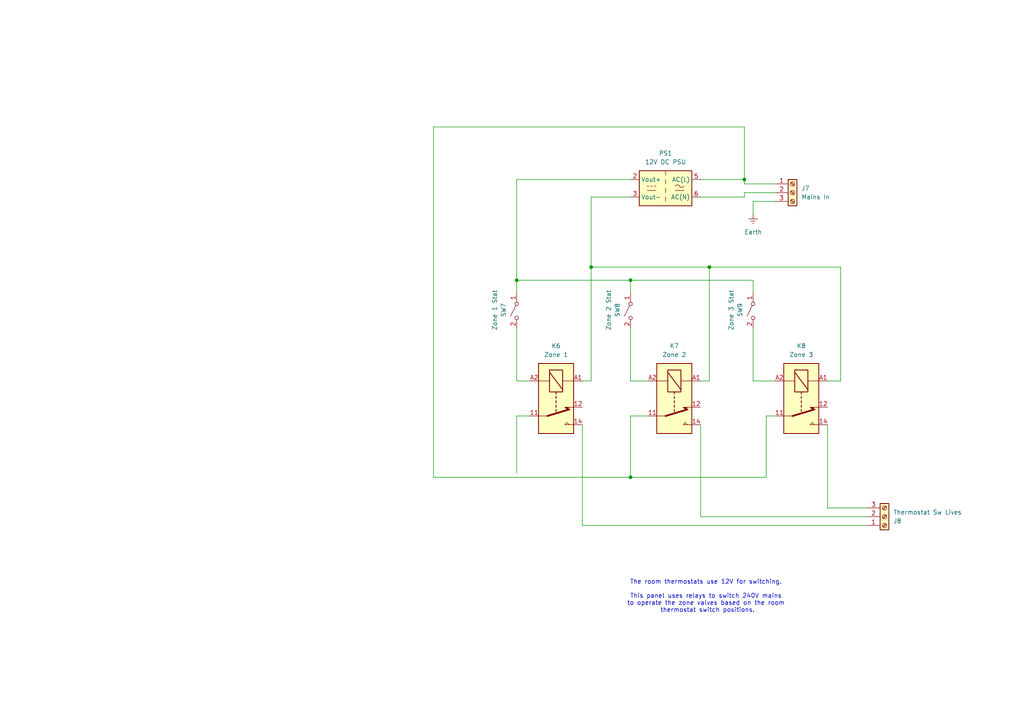
<source format=kicad_sch>
(kicad_sch (version 20231120) (generator "eeschema") (generator_version "8.0")
  (paper "A4")
  (title_block (title "Thermostat Relay Panel") (date "2024-12-19") (rev "4"))
  (lib_symbols
    (symbol "Connector:Screw_Terminal_01x03" (pin_names (offset 1.016) hide)
      (property "Reference" "J" (at 0 5.08 0))
      (property "Value" "Screw_Terminal_01x03" (at 0 -5.08 0))
      (symbol "Screw_Terminal_01x03_1_1"
        (rectangle (start -1.27 3.81) (end 1.27 -3.81) (stroke (width 0.254)) (fill (type background)))
        (circle (center 0 -2.54) (radius 0.635) (stroke (width 0.1524)))
        (polyline (pts (xy -0.5334 -2.2098) (xy 0.3302 -3.048)) (stroke (width 0.1524)))
        (polyline (pts (xy -0.5334 0.3302) (xy 0.3302 -0.508)) (stroke (width 0.1524)))
        (polyline (pts (xy -0.5334 2.8702) (xy 0.3302 2.032)) (stroke (width 0.1524)))
        (polyline (pts (xy -0.3556 -2.032) (xy 0.508 -2.8702)) (stroke (width 0.1524)))
        (polyline (pts (xy -0.3556 0.508) (xy 0.508 -0.3302)) (stroke (width 0.1524)))
        (polyline (pts (xy -0.3556 3.048) (xy 0.508 2.2098)) (stroke (width 0.1524)))
        (circle (center 0 0) (radius 0.635) (stroke (width 0.1524)))
        (circle (center 0 2.54) (radius 0.635) (stroke (width 0.1524)))
        (pin passive line (at -5.08 2.54 0) (length 3.81) (name "Pin_1") (number "1"))
        (pin passive line (at -5.08 0 0) (length 3.81) (name "Pin_2") (number "2"))
        (pin passive line (at -5.08 -2.54 0) (length 3.81) (name "Pin_3") (number "3"))
      )
    )
    (symbol "Converter_ACDC:TMLM04103"
      (property "Reference" "PS" (at 0 6.35 0))
      (property "Value" "TMLM04103" (at 0 -6.35 0))
      (symbol "TMLM04103_0_1"
        (rectangle (start -7.62 5.08) (end 7.62 -5.08) (stroke (width 0.254)) (fill (type background)))
        (arc (start -5.334 0.635) (mid -4.699 0.2495) (end -4.064 0.635))
        (arc (start -2.794 0.635) (mid -3.429 1.0072) (end -4.064 0.635))
        (polyline (pts (xy -5.334 -0.635) (xy -2.794 -0.635)))
        (polyline (pts (xy 0 -2.54) (xy 0 -3.81)))
        (polyline (pts (xy 0 0) (xy 0 -1.27)))
        (polyline (pts (xy 0 2.54) (xy 0 1.27)))
        (polyline (pts (xy 0 5.08) (xy 0 3.81)))
        (polyline (pts (xy 2.794 -0.635) (xy 5.334 -0.635)))
        (polyline (pts (xy 2.794 0.635) (xy 3.302 0.635)))
        (polyline (pts (xy 3.81 0.635) (xy 4.318 0.635)))
        (polyline (pts (xy 4.826 0.635) (xy 5.334 0.635)))
      )
      (symbol "TMLM04103_1_1"
        (pin power_out line (at 10.16 2.54 180) (length 2.54) (name "Vout+") (number "2"))
        (pin power_out line (at 10.16 -2.54 180) (length 2.54) (name "Vout-") (number "3"))
        (pin power_in line (at -10.16 2.54 0) (length 2.54) (name "AC(L)") (number "5"))
        (pin power_in line (at -10.16 -2.54 0) (length 2.54) (name "AC(N)") (number "6"))
      )
    )
    (symbol "Relay:Fujitsu_FTR-LYCA005x"
      (property "Reference" "K" (at 11.43 3.81 0))
      (property "Value" "Fujitsu_FTR-LYCA005x" (at 11.43 1.27 0))
      (symbol "Fujitsu_FTR-LYCA005x_0_0"
        (polyline (pts (xy 7.62 5.08) (xy 7.62 2.54) (xy 6.985 3.175) (xy 7.62 3.81)))
      )
      (symbol "Fujitsu_FTR-LYCA005x_0_1"
        (rectangle (start -10.16 5.08) (end 10.16 -5.08) (stroke (width 0.254)) (fill (type background)))
        (rectangle (start -8.255 1.905) (end -1.905 -1.905) (stroke (width 0.254)))
        (polyline (pts (xy -7.62 -1.905) (xy -2.54 1.905)) (stroke (width 0.254)))
        (polyline (pts (xy -5.08 -5.08) (xy -5.08 -1.905)))
        (polyline (pts (xy -5.08 5.08) (xy -5.08 1.905)))
        (polyline (pts (xy -1.905 0) (xy -1.27 0)) (stroke (width 0.254)))
        (polyline (pts (xy -0.635 0) (xy 0 0)) (stroke (width 0.254)))
        (polyline (pts (xy 0.635 0) (xy 1.27 0)) (stroke (width 0.254)))
        (polyline (pts (xy 1.905 0) (xy 2.54 0)) (stroke (width 0.254)))
        (polyline (pts (xy 3.175 0) (xy 3.81 0)) (stroke (width 0.254)))
        (polyline (pts (xy 5.08 -2.54) (xy 3.175 3.81)) (stroke (width 0.508)))
        (polyline (pts (xy 5.08 -2.54) (xy 5.08 -5.08)))
        (polyline (pts (xy 2.54 5.08) (xy 2.54 2.54) (xy 3.175 3.175) (xy 2.54 3.81)) (fill (type outline)))
      )
      (symbol "Fujitsu_FTR-LYCA005x_1_1"
        (pin passive line (at 5.08 -7.62 90) (length 2.54) (name "~") (number "11"))
        (pin passive line (at 2.54 7.62 270) (length 2.54) (name "~") (number "12"))
        (pin passive line (at 7.62 7.62 270) (length 2.54) (name "~") (number "14"))
        (pin passive line (at -5.08 7.62 270) (length 2.54) (name "~") (number "A1"))
        (pin passive line (at -5.08 -7.62 90) (length 2.54) (name "~") (number "A2"))
      )
    )
    (symbol "Switch:SW_SPST" (pin_names (offset 0) hide)
      (property "Reference" "SW" (at 0 3.175 0))
      (property "Value" "SW_SPST" (at 0 -2.54 0))
      (symbol "SW_SPST_0_0"
        (circle (center -2.032 0) (radius 0.508))
        (polyline (pts (xy -1.524 0.254) (xy 1.524 1.778)))
        (circle (center 2.032 0) (radius 0.508))
      )
      (symbol "SW_SPST_1_1"
        (pin passive line (at -5.08 0 0) (length 2.54) (name "A") (number "1"))
        (pin passive line (at 5.08 0 180) (length 2.54) (name "B") (number "2"))
      )
    )
    (symbol "power:Earth" (power) (pin_numbers hide) (pin_names (offset 0) hide)
      (property "Value" "Earth" (at 0 -3.81 0))
      (symbol "Earth_0_1"
        (polyline (pts (xy -0.635 -1.905) (xy 0.635 -1.905)))
        (polyline (pts (xy -0.127 -2.54) (xy 0.127 -2.54)))
        (polyline (pts (xy 0 -1.27) (xy 0 0)))
        (polyline (pts (xy 1.27 -1.27) (xy -1.27 -1.27)))
      )
      (symbol "Earth_1_1"
        (pin power_in line (at 0 0 270) (length 0) (name "~") (number "1"))
      )
    )
  )
  (junction (at 205.74 77.47))
  (junction (at 182.88 138.43))
  (junction (at 182.88 81.28))
  (junction (at 149.86 81.28))
  (junction (at 215.9 52.07))
  (junction (at 171.45 77.47))
  (wire (pts (xy 149.86 110.49) (xy 153.67 110.49)))
  (wire (pts (xy 171.45 57.15) (xy 171.45 77.47)))
  (wire (pts (xy 203.2 123.19) (xy 203.2 149.86)))
  (wire (pts (xy 182.88 81.28) (xy 218.44 81.28)))
  (wire (pts (xy 182.88 138.43) (xy 182.88 120.65)))
  (wire (pts (xy 125.73 138.43) (xy 182.88 138.43)))
  (wire (pts (xy 215.9 55.88) (xy 215.9 57.15)))
  (wire (pts (xy 182.88 120.65) (xy 187.96 120.65)))
  (wire (pts (xy 203.2 52.07) (xy 215.9 52.07)))
  (wire (pts (xy 171.45 110.49) (xy 168.91 110.49)))
  (wire (pts (xy 224.79 58.42) (xy 218.44 58.42)))
  (wire (pts (xy 125.73 36.83) (xy 215.9 36.83)))
  (wire (pts (xy 203.2 57.15) (xy 215.9 57.15)))
  (wire (pts (xy 224.79 55.88) (xy 215.9 55.88)))
  (wire (pts (xy 215.9 52.07) (xy 215.9 36.83)))
  (wire (pts (xy 168.91 123.19) (xy 168.91 152.4)))
  (wire (pts (xy 243.84 110.49) (xy 240.03 110.49)))
  (wire (pts (xy 182.88 95.25) (xy 182.88 110.49)))
  (wire (pts (xy 224.79 53.34) (xy 215.9 53.34)))
  (wire (pts (xy 171.45 77.47) (xy 171.45 110.49)))
  (wire (pts (xy 203.2 149.86) (xy 251.46 149.86)))
  (wire (pts (xy 149.86 120.65) (xy 153.67 120.65)))
  (wire (pts (xy 149.86 95.25) (xy 149.86 110.49)))
  (wire (pts (xy 182.88 138.43) (xy 222.25 138.43)))
  (wire (pts (xy 149.86 52.07) (xy 149.86 81.28)))
  (wire (pts (xy 203.2 110.49) (xy 205.74 110.49)))
  (wire (pts (xy 149.86 81.28) (xy 182.88 81.28)))
  (wire (pts (xy 218.44 58.42) (xy 218.44 62.23)))
  (wire (pts (xy 222.25 120.65) (xy 224.79 120.65)))
  (wire (pts (xy 243.84 77.47) (xy 243.84 110.49)))
  (wire (pts (xy 149.86 81.28) (xy 149.86 85.09)))
  (wire (pts (xy 240.03 147.32) (xy 251.46 147.32)))
  (wire (pts (xy 205.74 77.47) (xy 243.84 77.47)))
  (wire (pts (xy 182.88 110.49) (xy 187.96 110.49)))
  (wire (pts (xy 168.91 152.4) (xy 251.46 152.4)))
  (wire (pts (xy 125.73 36.83) (xy 125.73 138.43)))
  (wire (pts (xy 222.25 138.43) (xy 222.25 120.65)))
  (wire (pts (xy 149.86 137.16) (xy 149.86 120.65)))
  (wire (pts (xy 218.44 110.49) (xy 224.79 110.49)))
  (wire (pts (xy 182.88 52.07) (xy 149.86 52.07)))
  (wire (pts (xy 218.44 81.28) (xy 218.44 85.09)))
  (wire (pts (xy 215.9 53.34) (xy 215.9 52.07)))
  (wire (pts (xy 218.44 95.25) (xy 218.44 110.49)))
  (wire (pts (xy 240.03 123.19) (xy 240.03 147.32)))
  (wire (pts (xy 182.88 57.15) (xy 171.45 57.15)))
  (wire (pts (xy 171.45 77.47) (xy 205.74 77.47)))
  (wire (pts (xy 182.88 81.28) (xy 182.88 85.09)))
  (wire (pts (xy 205.74 77.47) (xy 205.74 110.49)))
  (text "The room thermostats use 12V for switching. \n \nThis panel uses relays to switch 240V mains \nto operate the zone valves based on the room \nthermostat switch positions." (at 205.232 172.974 0) (effects (font (size 1.27 1.27))))
  (symbol (lib_id "Switch:SW_SPST") (at 218.44 90.17 90) (mirror x) (unit 1)
    (property "Reference" "SW9" (at 214.63 89.916 0))
    (property "Value" "Zone 3 Stat" (at 212.09 89.916 0))
    (property "Description" "Single Pole Single Throw (SPST) switch" (effects (hide yes)))
  )
  (symbol (lib_id "Switch:SW_SPST") (at 182.88 90.17 90) (mirror x) (unit 1)
    (property "Reference" "SW8" (at 179.07 89.916 0))
    (property "Value" "Zone 2 Stat" (at 176.53 89.916 0))
    (property "Description" "Single Pole Single Throw (SPST) switch" (effects (hide yes)))
  )
  (symbol (lib_id "Relay:Fujitsu_FTR-LYCA005x") (at 161.29 115.57 270) (unit 1)
    (property "Reference" "K6" (at 161.29 100.33 90))
    (property "Value" "Zone 1" (at 161.29 102.87 90))
    (property "Footprint" "Relay_THT:Relay_SPDT_Fujitsu_FTR-LYCA005x_FormC_Vertical" (effects (hide yes)))
    (property "Datasheet" "https://www.fujitsu.com/sg/imagesgig5/ftr-ly.pdf" (effects (hide yes)))
    (property "Description" "Relay, SPDT Form C, vertical mount, 5-60V coil, 6A, 250VAC, 28 x 5 x 15mm" (effects (hide yes)))
  )
  (symbol (lib_id "Relay:Fujitsu_FTR-LYCA005x") (at 232.41 115.57 270) (unit 1)
    (property "Reference" "K8" (at 232.41 100.33 90))
    (property "Value" "Zone 3" (at 232.41 102.87 90))
    (property "Footprint" "Relay_THT:Relay_SPDT_Fujitsu_FTR-LYCA005x_FormC_Vertical" (effects (hide yes)))
    (property "Datasheet" "https://www.fujitsu.com/sg/imagesgig5/ftr-ly.pdf" (effects (hide yes)))
    (property "Description" "Relay, SPDT Form C, vertical mount, 5-60V coil, 6A, 250VAC, 28 x 5 x 15mm" (effects (hide yes)))
  )
  (symbol (lib_id "Converter_ACDC:TMLM04103") (at 193.04 54.61 0) (mirror y) (unit 1)
    (property "Reference" "PS1" (at 193.04 44.45 0))
    (property "Value" "12V DC PSU" (at 193.04 46.99 0))
    (property "Footprint" "Converter_ACDC:Converter_ACDC_TRACO_TMLM-04_THT" (effects (hide yes)))
    (property "Datasheet" "https://www.tracopower.com/products/tmlm.pdf" (effects (hide yes)))
    (property "Description" "3.3V 1200mA AC/DC low noise power module" (effects (hide yes)))
  )
  (symbol (lib_id "Switch:SW_SPST") (at 149.86 90.17 90) (mirror x) (unit 1)
    (property "Reference" "SW7" (at 146.05 89.916 0))
    (property "Value" "Zone 1 Stat" (at 143.51 89.916 0))
    (property "Description" "Single Pole Single Throw (SPST) switch" (effects (hide yes)))
  )
  (symbol (lib_id "Relay:Fujitsu_FTR-LYCA005x") (at 195.58 115.57 270) (unit 1)
    (property "Reference" "K7" (at 195.58 100.33 90))
    (property "Value" "Zone 2" (at 195.58 102.87 90))
    (property "Footprint" "Relay_THT:Relay_SPDT_Fujitsu_FTR-LYCA005x_FormC_Vertical" (effects (hide yes)))
    (property "Datasheet" "https://www.fujitsu.com/sg/imagesgig5/ftr-ly.pdf" (effects (hide yes)))
    (property "Description" "Relay, SPDT Form C, vertical mount, 5-60V coil, 6A, 250VAC, 28 x 5 x 15mm" (effects (hide yes)))
  )
  (symbol (lib_id "Connector:Screw_Terminal_01x03") (at 229.87 55.88 0) (unit 1)
    (property "Reference" "J7" (at 232.41 54.6099 0) (effects (justify left)))
    (property "Value" "Mains In" (at 232.41 57.1499 0) (effects (justify left)))
    (property "Description" "Generic screw terminal, single row, 01x03, script generated (kicad-library-utils/schlib/autogen/connector/)" (effects (hide yes)))
  )
  (symbol (lib_id "Connector:Screw_Terminal_01x03") (at 256.54 149.86 0) (mirror x) (unit 1)
    (property "Reference" "J8" (at 259.08 151.1301 0) (effects (justify left)))
    (property "Value" "Thermostat Sw Lives" (at 259.08 148.5901 0) (effects (justify left)))
    (property "Description" "Generic screw terminal, single row, 01x03, script generated (kicad-library-utils/schlib/autogen/connector/)" (effects (hide yes)))
  )
  (symbol (lib_id "power:Earth") (at 218.44 62.23 0) (unit 1)
    (property "Reference" "#PWR07" (effects (hide yes)))
    (property "Value" "Earth" (at 218.44 67.31 0))
    (property "Description" "Power symbol creates a global label with name \"Earth\"" (effects (hide yes)))
  )
)
</source>
